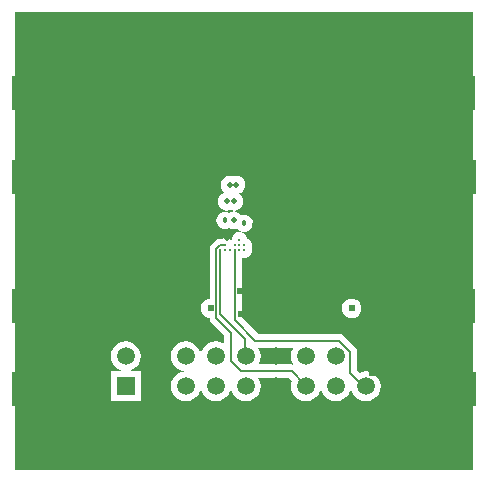
<source format=gbl>
%FSLAX25Y25*%
%MOIN*%
G70*
G01*
G75*
G04 Layer_Physical_Order=4*
G04 Layer_Color=16711680*
%ADD10C,0.00800*%
%ADD11R,0.16500X0.07000*%
%ADD12R,0.16500X0.10500*%
%ADD13R,0.02362X0.01969*%
%ADD14R,0.01969X0.02362*%
%ADD15R,0.05512X0.04528*%
%ADD16C,0.01181*%
%ADD17R,0.03150X0.03150*%
%ADD18C,0.01000*%
%ADD19C,0.02000*%
%ADD20C,0.00500*%
%ADD21C,0.01500*%
%ADD22C,0.05906*%
%ADD23R,0.05906X0.05906*%
%ADD24C,0.15748*%
%ADD25C,0.02000*%
%ADD26C,0.01800*%
%ADD27C,0.01150*%
%ADD28C,0.02400*%
%ADD29C,0.04000*%
%ADD30C,0.04543*%
%ADD31C,0.02200*%
%ADD32C,0.09661*%
%ADD33R,0.17000X0.11500*%
G36*
X155040Y2441D02*
X2441D01*
Y155040D01*
X155040D01*
Y2441D01*
D02*
G37*
%LPC*%
G36*
X114700Y59428D02*
X113865Y59318D01*
X113086Y58995D01*
X112418Y58482D01*
X111905Y57814D01*
X111582Y57035D01*
X111472Y56200D01*
X111582Y55365D01*
X111905Y54586D01*
X112418Y53918D01*
X113086Y53405D01*
X113865Y53082D01*
X114700Y52972D01*
X115535Y53082D01*
X116314Y53405D01*
X116982Y53918D01*
X117495Y54586D01*
X117818Y55365D01*
X117928Y56200D01*
X117818Y57035D01*
X117495Y57814D01*
X116982Y58482D01*
X116314Y58995D01*
X115535Y59318D01*
X114700Y59428D01*
D02*
G37*
G36*
X39370Y45195D02*
X38077Y45025D01*
X36872Y44526D01*
X35838Y43732D01*
X35044Y42698D01*
X34545Y41493D01*
X34375Y40200D01*
X34545Y38907D01*
X35044Y37702D01*
X35838Y36668D01*
X36872Y35874D01*
X38077Y35375D01*
X39005Y35252D01*
X38999Y35153D01*
X34417D01*
Y25247D01*
X44323D01*
Y35153D01*
X39741D01*
X39735Y35252D01*
X40663Y35375D01*
X41868Y35874D01*
X42902Y36668D01*
X43696Y37702D01*
X44195Y38907D01*
X44366Y40200D01*
X44195Y41493D01*
X43696Y42698D01*
X42902Y43732D01*
X41868Y44526D01*
X40663Y45025D01*
X39370Y45195D01*
D02*
G37*
G36*
X75400Y88526D02*
X74617Y88423D01*
X73887Y88121D01*
X73850Y88092D01*
X73288Y88325D01*
X72531Y88425D01*
X71774Y88325D01*
X71068Y88033D01*
X70462Y87568D01*
X69998Y86962D01*
X69705Y86257D01*
X69606Y85500D01*
X69705Y84743D01*
X69998Y84038D01*
X70462Y83432D01*
X71068Y82967D01*
X71774Y82675D01*
X72531Y82575D01*
X73288Y82675D01*
X73850Y82908D01*
X73887Y82880D01*
X74617Y82577D01*
X75400Y82474D01*
X76183Y82577D01*
X76555Y82731D01*
X76762Y82462D01*
X77367Y81997D01*
X78073Y81705D01*
X78830Y81605D01*
X79587Y81705D01*
X80292Y81997D01*
X80898Y82462D01*
X81363Y83067D01*
X81655Y83773D01*
X81755Y84530D01*
X81655Y85287D01*
X81363Y85992D01*
X80898Y86598D01*
X80292Y87063D01*
X79587Y87355D01*
X78830Y87455D01*
X78073Y87355D01*
X77834Y87256D01*
X77540Y87640D01*
X76913Y88121D01*
X76183Y88423D01*
X75400Y88526D01*
D02*
G37*
G36*
X76200Y100426D02*
X75417Y100323D01*
X74979Y100142D01*
X74783Y100223D01*
X74000Y100326D01*
X73217Y100223D01*
X72487Y99920D01*
X71860Y99440D01*
X71380Y98813D01*
X71077Y98083D01*
X70974Y97300D01*
X71077Y96517D01*
X71380Y95787D01*
X71860Y95160D01*
X72296Y94826D01*
X72270Y94730D01*
X72217Y94723D01*
X71487Y94420D01*
X70860Y93940D01*
X70380Y93313D01*
X70077Y92583D01*
X69974Y91800D01*
X70077Y91017D01*
X70380Y90287D01*
X70860Y89660D01*
X71487Y89179D01*
X72217Y88877D01*
X73000Y88774D01*
X73783Y88877D01*
X74300Y89091D01*
X74817Y88877D01*
X75600Y88774D01*
X76383Y88877D01*
X77113Y89179D01*
X77740Y89660D01*
X78220Y90287D01*
X78523Y91017D01*
X78626Y91800D01*
X78523Y92583D01*
X78220Y93313D01*
X77740Y93940D01*
X77113Y94420D01*
X76985Y94474D01*
X76983Y94477D01*
X77713Y94779D01*
D01*
X77713D01*
X77713Y94779D01*
X78340Y95260D01*
X78821Y95887D01*
X79123Y96617D01*
X79226Y97400D01*
X79123Y98183D01*
X78821Y98913D01*
X78340Y99540D01*
X77713Y100021D01*
X76983Y100323D01*
X76200Y100426D01*
D02*
G37*
G36*
X77255Y81611D02*
X76583Y81523D01*
X75956Y81263D01*
X75419Y80851D01*
X75006Y80313D01*
X74746Y79686D01*
X74658Y79014D01*
X74698Y78713D01*
X74605Y78674D01*
X74367Y78984D01*
X73829Y79397D01*
X73203Y79657D01*
X72531Y79745D01*
X71859Y79657D01*
X71340Y79442D01*
X70748D01*
X69870Y79268D01*
X69126Y78770D01*
X67978Y77622D01*
X67481Y76878D01*
X67306Y76000D01*
Y59376D01*
X66865Y59318D01*
X66086Y58995D01*
X65418Y58482D01*
X64905Y57814D01*
X64582Y57035D01*
X64472Y56200D01*
X64582Y55365D01*
X64905Y54586D01*
X65418Y53918D01*
X66086Y53405D01*
X66865Y53082D01*
X67306Y53024D01*
Y52800D01*
X67481Y51922D01*
X67978Y51178D01*
X67978Y51178D01*
X67978Y51178D01*
X72206Y46950D01*
Y44380D01*
X72116Y44336D01*
X71868Y44526D01*
X70663Y45025D01*
X69370Y45195D01*
X68077Y45025D01*
X66872Y44526D01*
X65838Y43732D01*
X65044Y42698D01*
X64545Y41493D01*
X64420Y40545D01*
X64320D01*
X64195Y41493D01*
X63696Y42698D01*
X62902Y43732D01*
X61868Y44526D01*
X60663Y45025D01*
X59370Y45195D01*
X58077Y45025D01*
X56872Y44526D01*
X55838Y43732D01*
X55044Y42698D01*
X54545Y41493D01*
X54375Y40200D01*
X54545Y38907D01*
X55044Y37702D01*
X55838Y36668D01*
X56872Y35874D01*
X58077Y35375D01*
X59025Y35250D01*
Y35150D01*
X58077Y35025D01*
X56872Y34526D01*
X55838Y33732D01*
X55044Y32698D01*
X54545Y31493D01*
X54375Y30200D01*
X54545Y28907D01*
X55044Y27702D01*
X55838Y26668D01*
X56872Y25874D01*
X58077Y25375D01*
X59370Y25205D01*
X60663Y25375D01*
X61868Y25874D01*
X62902Y26668D01*
X63696Y27702D01*
X64195Y28907D01*
X64320Y29855D01*
X64420D01*
X64545Y28907D01*
X65044Y27702D01*
X65838Y26668D01*
X66872Y25874D01*
X68077Y25375D01*
X69370Y25205D01*
X70663Y25375D01*
X71868Y25874D01*
X72902Y26668D01*
X73696Y27702D01*
X74195Y28907D01*
X74320Y29855D01*
X74420D01*
X74545Y28907D01*
X75044Y27702D01*
X75838Y26668D01*
X76872Y25874D01*
X78077Y25375D01*
X79370Y25205D01*
X80663Y25375D01*
X81868Y25874D01*
X82902Y26668D01*
X83696Y27702D01*
X84195Y28907D01*
X84366Y30200D01*
X84195Y31493D01*
X83696Y32698D01*
X83605Y32816D01*
X83650Y32906D01*
X93750D01*
X94726Y31930D01*
X94545Y31493D01*
X94375Y30200D01*
X94545Y28907D01*
X95044Y27702D01*
X95838Y26668D01*
X96872Y25874D01*
X98077Y25375D01*
X99370Y25205D01*
X100663Y25375D01*
X101868Y25874D01*
X102902Y26668D01*
X103696Y27702D01*
X104195Y28907D01*
X104320Y29855D01*
X104420D01*
X104545Y28907D01*
X105044Y27702D01*
X105838Y26668D01*
X106872Y25874D01*
X108077Y25375D01*
X109370Y25205D01*
X110663Y25375D01*
X111868Y25874D01*
X112902Y26668D01*
X113696Y27702D01*
X114195Y28907D01*
X114320Y29855D01*
X114420D01*
X114545Y28907D01*
X115044Y27702D01*
X115838Y26668D01*
X116872Y25874D01*
X118077Y25375D01*
X119370Y25205D01*
X120663Y25375D01*
X121868Y25874D01*
X122902Y26668D01*
X123696Y27702D01*
X124195Y28907D01*
X124366Y30200D01*
X124195Y31493D01*
X123696Y32698D01*
X122902Y33732D01*
X121868Y34526D01*
X120663Y35025D01*
X119370Y35195D01*
X118077Y35025D01*
X117470Y34774D01*
X116594Y35650D01*
Y41700D01*
X116419Y42578D01*
X115922Y43322D01*
X112222Y47022D01*
X111478Y47519D01*
X110600Y47694D01*
X83550D01*
X77974Y53270D01*
Y73050D01*
X78057Y73106D01*
X78158Y73065D01*
X78830Y72976D01*
X79502Y73065D01*
X80129Y73324D01*
X80666Y73737D01*
X81079Y74275D01*
X81339Y74901D01*
X81427Y75573D01*
X81339Y76245D01*
X81291Y76361D01*
X81339Y76476D01*
X81427Y77148D01*
X81339Y77820D01*
X81079Y78447D01*
X80666Y78984D01*
X80129Y79397D01*
X79783Y79540D01*
X79764Y79686D01*
X79504Y80313D01*
X79092Y80851D01*
X78554Y81263D01*
X77927Y81523D01*
X77255Y81611D01*
D02*
G37*
%LPD*%
G36*
X95288Y43016D02*
X95044Y42698D01*
X94545Y41493D01*
X94375Y40200D01*
X94545Y38907D01*
X95044Y37702D01*
X95208Y37488D01*
X95155Y37404D01*
X94700Y37494D01*
X83650D01*
X83605Y37584D01*
X83696Y37702D01*
X84195Y38907D01*
X84366Y40200D01*
X84195Y41493D01*
X83696Y42698D01*
X83452Y43016D01*
X83496Y43106D01*
X95244D01*
X95288Y43016D01*
D02*
G37*
D20*
X69600Y76000D02*
X70748Y77148D01*
X72531D01*
X75680Y52320D02*
Y75573D01*
Y52320D02*
X82600Y45400D01*
X114300Y34700D02*
X118600Y30400D01*
X82600Y45400D02*
X110600D01*
X114300Y34700D02*
Y41700D01*
X110600Y45400D02*
X114300Y41700D01*
X94700Y35200D02*
X98900Y31000D01*
X79200Y40300D02*
Y46000D01*
X69600Y52800D02*
Y76000D01*
Y52800D02*
X74500Y47900D01*
X70956Y54244D02*
Y75573D01*
Y54244D02*
X79200Y46000D01*
X74500Y38500D02*
Y47900D01*
Y38500D02*
X77800Y35200D01*
X94700D01*
D22*
X119370Y40200D02*
D03*
X109370D02*
D03*
X99370D02*
D03*
X89370D02*
D03*
X79370D02*
D03*
X69370D02*
D03*
X59370D02*
D03*
X49370D02*
D03*
X39370D02*
D03*
X119370Y30200D02*
D03*
X109370D02*
D03*
X99370D02*
D03*
X89370D02*
D03*
X79370D02*
D03*
X69370D02*
D03*
X59370D02*
D03*
X49370D02*
D03*
D23*
X39370D02*
D03*
D24*
Y145669D02*
D03*
Y11811D02*
D03*
X118110D02*
D03*
Y145669D02*
D03*
D25*
X75400Y85500D02*
D03*
X76200Y97400D02*
D03*
X74000Y97300D02*
D03*
X75600Y91800D02*
D03*
X73000D02*
D03*
X73290Y79491D02*
D03*
D26*
X72531Y85500D02*
D03*
X83400Y76100D02*
D03*
X66000Y76300D02*
D03*
X82300Y84059D02*
D03*
X78830Y84530D02*
D03*
D27*
X72531Y77148D02*
D03*
X77255Y75573D02*
D03*
X78830D02*
D03*
Y77148D02*
D03*
X77255D02*
D03*
Y79014D02*
D03*
X75680Y77148D02*
D03*
Y75573D02*
D03*
X74106D02*
D03*
X72531D02*
D03*
X70956D02*
D03*
D28*
X66945Y84600D02*
D03*
X114700Y56200D02*
D03*
X100232Y61831D02*
D03*
X91084Y55484D02*
D03*
X86369Y51432D02*
D03*
X4800Y136100D02*
D03*
X10900D02*
D03*
X15200Y135900D02*
D03*
X21000Y134900D02*
D03*
X23100Y131600D02*
D03*
X23500Y125400D02*
D03*
X23400Y122000D02*
D03*
X23300Y116000D02*
D03*
X26500Y110600D02*
D03*
X29300Y105400D02*
D03*
X30800Y97700D02*
D03*
X29700Y93800D02*
D03*
X28300Y89100D02*
D03*
X32200Y85700D02*
D03*
X37900Y85300D02*
D03*
X42500D02*
D03*
X49000Y85100D02*
D03*
X54500D02*
D03*
X62000Y85000D02*
D03*
X63700Y90900D02*
D03*
X52100Y93100D02*
D03*
X46500D02*
D03*
X36600Y93500D02*
D03*
X35700Y125200D02*
D03*
X35500Y120200D02*
D03*
X36500Y112700D02*
D03*
X42800Y106100D02*
D03*
X58200Y105100D02*
D03*
X36400Y104300D02*
D03*
X52900Y100700D02*
D03*
X50100Y116100D02*
D03*
X42000Y123400D02*
D03*
X44000Y113800D02*
D03*
X65800Y134100D02*
D03*
X49400Y131400D02*
D03*
X62000Y122300D02*
D03*
X80700Y116200D02*
D03*
X65800Y114000D02*
D03*
X55100Y150100D02*
D03*
X56400Y139900D02*
D03*
X87700Y140000D02*
D03*
X70400Y148900D02*
D03*
X80300Y135500D02*
D03*
X78400Y129500D02*
D03*
X102900Y121900D02*
D03*
X101800Y115000D02*
D03*
X91300Y103000D02*
D03*
X86300Y86200D02*
D03*
X84900Y89300D02*
D03*
X86200Y94700D02*
D03*
X64800Y95700D02*
D03*
X64700Y101200D02*
D03*
X67800Y105900D02*
D03*
X72800Y108000D02*
D03*
X79100D02*
D03*
X84400Y104100D02*
D03*
X83800Y99000D02*
D03*
X88800Y110400D02*
D03*
X92600Y85700D02*
D03*
X104900Y85600D02*
D03*
X119200D02*
D03*
X98500Y85900D02*
D03*
X125100Y85700D02*
D03*
X128300Y90200D02*
D03*
X126900Y96900D02*
D03*
X127500Y105200D02*
D03*
X131000Y113500D02*
D03*
X133600Y120600D02*
D03*
X150000Y142200D02*
D03*
X142600Y149600D02*
D03*
X135600Y148200D02*
D03*
X133800Y139900D02*
D03*
X143300Y140200D02*
D03*
X150800Y151400D02*
D03*
X124000Y126200D02*
D03*
X114100Y115000D02*
D03*
X109400Y105700D02*
D03*
X99300Y100100D02*
D03*
X115300Y98300D02*
D03*
X107700Y95600D02*
D03*
X96000Y94200D02*
D03*
X94300Y128100D02*
D03*
X90600Y122100D02*
D03*
X108800Y131800D02*
D03*
X99400Y143700D02*
D03*
X89500Y151500D02*
D03*
X79800Y148800D02*
D03*
X72000Y122200D02*
D03*
X57000Y130100D02*
D03*
X56200Y114600D02*
D03*
X100300Y133700D02*
D03*
X131700Y131400D02*
D03*
X115700Y125700D02*
D03*
X127000Y118300D02*
D03*
X119700Y105600D02*
D03*
X5200Y90800D02*
D03*
X15400Y90500D02*
D03*
X11700Y84300D02*
D03*
X11200Y89400D02*
D03*
X5500Y78900D02*
D03*
X5700Y84000D02*
D03*
X18300Y79200D02*
D03*
X11900Y76700D02*
D03*
X5100Y72300D02*
D03*
X6500Y67000D02*
D03*
X13100Y65000D02*
D03*
X11500Y70300D02*
D03*
X18400Y73100D02*
D03*
X18300Y66400D02*
D03*
X5700Y19400D02*
D03*
X5900Y12200D02*
D03*
X5500Y6000D02*
D03*
X11900Y5900D02*
D03*
X12400Y12000D02*
D03*
X12200Y19900D02*
D03*
X19500Y19200D02*
D03*
X19700Y12700D02*
D03*
X19000Y6300D02*
D03*
X26000Y6000D02*
D03*
Y12900D02*
D03*
X26600Y19500D02*
D03*
X24500Y27200D02*
D03*
Y34000D02*
D03*
X24100Y41400D02*
D03*
X27600Y47300D02*
D03*
X60300Y73900D02*
D03*
X54100Y74100D02*
D03*
X49000Y73900D02*
D03*
X43100D02*
D03*
X36300Y73800D02*
D03*
X30600D02*
D03*
X28300Y69900D02*
D03*
X28800Y63400D02*
D03*
Y58200D02*
D03*
X28900Y52100D02*
D03*
X35600Y66300D02*
D03*
X35300Y60400D02*
D03*
X35700Y55000D02*
D03*
X36900Y48900D02*
D03*
X43200Y49100D02*
D03*
X42100Y55800D02*
D03*
X45700Y65100D02*
D03*
X51300Y69000D02*
D03*
X50700Y61200D02*
D03*
X47900Y54100D02*
D03*
X55800Y61500D02*
D03*
X58200Y68800D02*
D03*
X40900Y61600D02*
D03*
X41700Y68200D02*
D03*
X52600Y56100D02*
D03*
X60100Y63600D02*
D03*
X49500Y48500D02*
D03*
X111400Y85800D02*
D03*
X87500Y75000D02*
D03*
X92500Y75100D02*
D03*
X96600Y74800D02*
D03*
X104100Y74500D02*
D03*
X111200Y74300D02*
D03*
X117700Y74000D02*
D03*
X124500Y73800D02*
D03*
X129700Y71400D02*
D03*
X129000Y64500D02*
D03*
X129600Y58700D02*
D03*
X129200Y53500D02*
D03*
X130600Y49300D02*
D03*
X134600Y43700D02*
D03*
Y37300D02*
D03*
X132800Y31700D02*
D03*
X127700Y28400D02*
D03*
X125400Y36100D02*
D03*
X129600Y41300D02*
D03*
X122300Y47900D02*
D03*
X119800Y55100D02*
D03*
X120700Y63300D02*
D03*
X115100Y66800D02*
D03*
X106100Y67000D02*
D03*
X97100Y57000D02*
D03*
X94600Y53300D02*
D03*
X99300Y50700D02*
D03*
X107700Y49900D02*
D03*
X103800Y55000D02*
D03*
X112900Y62300D02*
D03*
X116700Y60500D02*
D03*
X121400Y66400D02*
D03*
X124100Y57400D02*
D03*
X124500Y53300D02*
D03*
X123800Y42600D02*
D03*
X121500Y34700D02*
D03*
X128500Y21100D02*
D03*
X135100Y24300D02*
D03*
X150500Y19600D02*
D03*
X144800Y20000D02*
D03*
X55500Y19800D02*
D03*
X55000Y11800D02*
D03*
X54400Y5300D02*
D03*
X66600D02*
D03*
X65400Y13000D02*
D03*
X66200Y20400D02*
D03*
X75300Y20000D02*
D03*
X74700Y11800D02*
D03*
X78800Y5600D02*
D03*
X90300Y5400D02*
D03*
X85200Y13300D02*
D03*
X84700Y20700D02*
D03*
X94000Y20300D02*
D03*
X93700Y14400D02*
D03*
X99700Y4900D02*
D03*
X106400Y4600D02*
D03*
X104100Y11600D02*
D03*
X107300Y20700D02*
D03*
X100400Y19800D02*
D03*
X48700Y22400D02*
D03*
X51100Y17200D02*
D03*
X49500Y5100D02*
D03*
X72500Y4600D02*
D03*
X80000Y12200D02*
D03*
X106400Y61600D02*
D03*
X91600Y72000D02*
D03*
X90800Y52300D02*
D03*
X77600Y62100D02*
D03*
X77700Y54200D02*
D03*
X61300Y149300D02*
D03*
X63100Y143500D02*
D03*
X69400Y140100D02*
D03*
X97800Y150300D02*
D03*
X90100Y132300D02*
D03*
X141200Y89100D02*
D03*
X149200Y89500D02*
D03*
X152400Y84400D02*
D03*
X148700Y79300D02*
D03*
X141700Y82700D02*
D03*
X137100Y80500D02*
D03*
X143300Y77300D02*
D03*
X152800Y75900D02*
D03*
X139300Y73200D02*
D03*
X139800Y66800D02*
D03*
X150100Y68300D02*
D03*
X148700Y72300D02*
D03*
X153100Y70600D02*
D03*
X152400Y64900D02*
D03*
X145100Y65700D02*
D03*
X147000Y84700D02*
D03*
X152800Y91800D02*
D03*
X144600Y91700D02*
D03*
X144200Y71100D02*
D03*
X148400Y13900D02*
D03*
X148200Y8600D02*
D03*
X146900Y4700D02*
D03*
X152700Y4400D02*
D03*
X152100Y8700D02*
D03*
X152600Y14900D02*
D03*
X23500Y151500D02*
D03*
X23300Y146200D02*
D03*
X21000Y142300D02*
D03*
X26800Y137500D02*
D03*
X31100Y133300D02*
D03*
X40300Y130600D02*
D03*
X28900Y126600D02*
D03*
X29500Y119100D02*
D03*
X50700Y122800D02*
D03*
X56800Y123100D02*
D03*
X51900Y143800D02*
D03*
X50200Y137900D02*
D03*
Y152500D02*
D03*
X130300Y152800D02*
D03*
X150400Y137500D02*
D03*
X141900Y136700D02*
D03*
X119900Y132100D02*
D03*
X108600Y118900D02*
D03*
X120600Y118800D02*
D03*
X120800Y95300D02*
D03*
X96400Y108300D02*
D03*
X67700Y56200D02*
D03*
X139700Y12400D02*
D03*
X133900D02*
D03*
X129400Y12300D02*
D03*
X8400Y150500D02*
D03*
X16700Y150000D02*
D03*
X13700Y143600D02*
D03*
X8400Y144100D02*
D03*
X12200Y151600D02*
D03*
X67100Y152500D02*
D03*
X76300Y152200D02*
D03*
X104500Y152500D02*
D03*
X105100Y143400D02*
D03*
X139100Y153000D02*
D03*
X136900Y29500D02*
D03*
X131700Y25900D02*
D03*
X141300Y16500D02*
D03*
D33*
X147538Y127814D02*
D03*
X147638Y100114D02*
D03*
X147538Y56948D02*
D03*
X147638Y29248D02*
D03*
X9943D02*
D03*
X9843Y56948D02*
D03*
X9943Y100114D02*
D03*
X9843Y127814D02*
D03*
M02*

</source>
